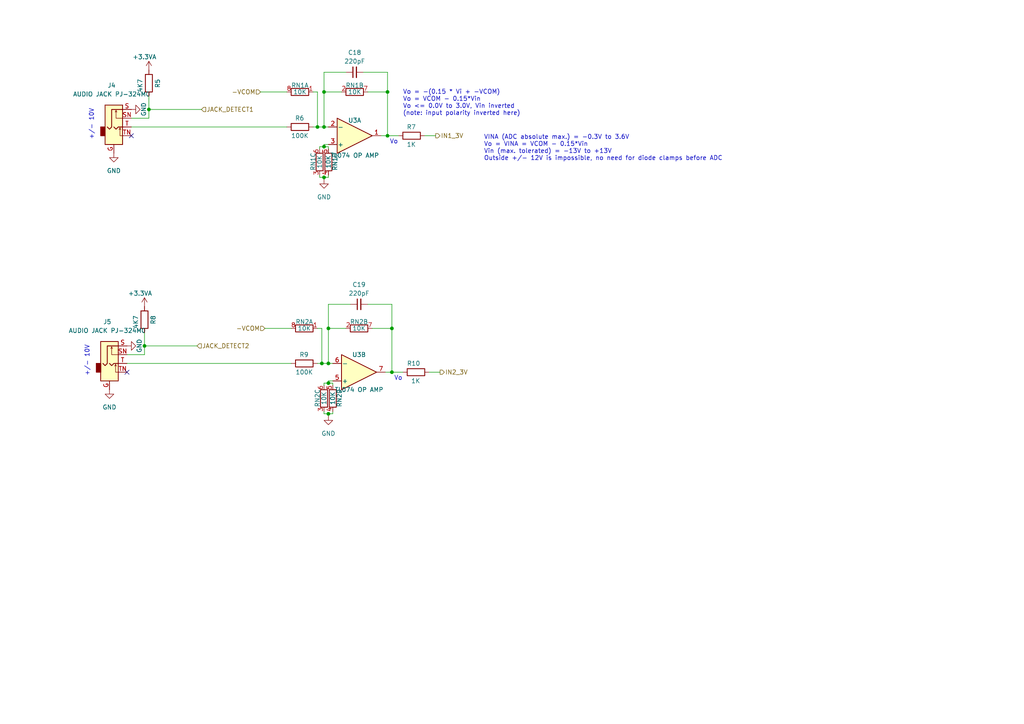
<source format=kicad_sch>
(kicad_sch (version 20211123) (generator eeschema)
  (paper "A4")
  (lib_symbols
    (symbol "Amplifier_Operational:TL074" (pin_names (offset 0.127))
      (property "Reference" "U" (at 0 5.08 0))
      (property "Value" "TL074" (at 0 -5.08 0))
      (symbol "TL074_1_1"
        (polyline (pts (xy -5.08 5.08) (xy 5.08 0) (xy -5.08 -5.08) (xy -5.08 5.08)) (stroke (width 0.254)) (fill (type background)))
        (pin output line (at 7.62 0 180) (length 2.54) (name "~") (number "1"))
        (pin input line (at -7.62 -2.54 0) (length 2.54) (name "-") (number "2"))
        (pin input line (at -7.62 2.54 0) (length 2.54) (name "+") (number "3"))
      )
      (symbol "TL074_2_1"
        (polyline (pts (xy -5.08 5.08) (xy 5.08 0) (xy -5.08 -5.08) (xy -5.08 5.08)) (stroke (width 0.254)) (fill (type background)))
        (pin input line (at -7.62 2.54 0) (length 2.54) (name "+") (number "5"))
        (pin input line (at -7.62 -2.54 0) (length 2.54) (name "-") (number "6"))
        (pin output line (at 7.62 0 180) (length 2.54) (name "~") (number "7"))
      )
      (symbol "TL074_3_1"
        (polyline (pts (xy -5.08 5.08) (xy 5.08 0) (xy -5.08 -5.08) (xy -5.08 5.08)) (stroke (width 0.254)) (fill (type background)))
        (pin input line (at -7.62 2.54 0) (length 2.54) (name "+") (number "10"))
        (pin output line (at 7.62 0 180) (length 2.54) (name "~") (number "8"))
        (pin input line (at -7.62 -2.54 0) (length 2.54) (name "-") (number "9"))
      )
      (symbol "TL074_4_1"
        (polyline (pts (xy -5.08 5.08) (xy 5.08 0) (xy -5.08 -5.08) (xy -5.08 5.08)) (stroke (width 0.254)) (fill (type background)))
        (pin input line (at -7.62 2.54 0) (length 2.54) (name "+") (number "12"))
        (pin input line (at -7.62 -2.54 0) (length 2.54) (name "-") (number "13"))
        (pin output line (at 7.62 0 180) (length 2.54) (name "~") (number "14"))
      )
      (symbol "TL074_5_1"
        (pin power_in line (at -2.54 -7.62 90) (length 3.81) (name "V-") (number "11"))
        (pin power_in line (at -2.54 7.62 270) (length 3.81) (name "V+") (number "4"))
      )
    )
    (symbol "Connector:AudioJack2_Ground_Switch"
      (property "Reference" "J" (at 0 11.43 0))
      (property "Value" "AudioJack2_Ground_Switch" (at 0 8.89 0))
      (symbol "AudioJack2_Ground_Switch_0_1"
        (rectangle (start -2.54 -2.54) (end -3.81 0) (stroke (width 0.254)) (fill (type outline)))
        (rectangle (start 2.54 6.35) (end -2.54 -5.08) (stroke (width 0.254)) (fill (type background)))
      )
      (symbol "AudioJack2_Ground_Switch_1_1"
        (polyline (pts (xy 0.635 4.826) (xy 0.889 4.318)))
        (polyline (pts (xy 1.778 -0.254) (xy 2.032 -0.762)))
        (polyline (pts (xy 0 0) (xy 0.635 -0.635) (xy 1.27 0) (xy 2.54 0)) (stroke (width 0.254)))
        (polyline (pts (xy 2.54 -2.54) (xy 1.778 -2.54) (xy 1.778 -0.254) (xy 1.524 -0.762)))
        (polyline (pts (xy 2.54 2.54) (xy 0.635 2.54) (xy 0.635 4.826) (xy 0.381 4.318)))
        (polyline (pts (xy 2.54 5.08) (xy -0.635 5.08) (xy -0.635 0) (xy -1.27 -0.635) (xy -1.905 0)) (stroke (width 0.254)))
        (pin passive line (at 0 -7.62 90) (length 2.54) (name "~") (number "G"))
        (pin passive line (at 5.08 5.08 180) (length 2.54) (name "~") (number "S"))
        (pin passive line (at 5.08 2.54 180) (length 2.54) (name "~") (number "SN"))
        (pin passive line (at 5.08 0 180) (length 2.54) (name "~") (number "T"))
        (pin passive line (at 5.08 -2.54 180) (length 2.54) (name "~") (number "TN"))
      )
    )
    (symbol "Device:C_Small" (pin_numbers hide) (pin_names (offset 0.254) hide)
      (property "Reference" "C" (at 0.254 1.778 0))
      (property "Value" "C_Small" (at 0.254 -2.032 0))
      (symbol "C_Small_0_1"
        (polyline (pts (xy -1.524 -0.508) (xy 1.524 -0.508)) (stroke (width 0.3302)))
        (polyline (pts (xy -1.524 0.508) (xy 1.524 0.508)) (stroke (width 0.3048)))
      )
      (symbol "C_Small_1_1"
        (pin passive line (at 0 2.54 270) (length 2.032) (name "~") (number "1"))
        (pin passive line (at 0 -2.54 90) (length 2.032) (name "~") (number "2"))
      )
    )
    (symbol "Device:R" (pin_numbers hide) (pin_names (offset 0))
      (property "Reference" "R" (at 2.032 0 90))
      (property "Value" "R" (at 0 0 90))
      (symbol "R_0_1"
        (rectangle (start -1.016 -2.54) (end 1.016 2.54) (stroke (width 0.254)))
      )
      (symbol "R_1_1"
        (pin passive line (at 0 3.81 270) (length 1.27) (name "~") (number "1"))
        (pin passive line (at 0 -3.81 90) (length 1.27) (name "~") (number "2"))
      )
    )
    (symbol "Device:R_Pack04_Split" (pin_names (offset 0) hide)
      (property "Reference" "RN" (at 2.032 0 90))
      (property "Value" "R_Pack04_Split" (at 0 0 90))
      (symbol "R_Pack04_Split_0_1"
        (rectangle (start 1.016 2.54) (end -1.016 -2.54) (stroke (width 0.254)))
      )
      (symbol "R_Pack04_Split_1_1"
        (pin passive line (at 0 -3.81 90) (length 1.27) (name "R1.1") (number "1"))
        (pin passive line (at 0 3.81 270) (length 1.27) (name "R1.2") (number "8"))
      )
      (symbol "R_Pack04_Split_2_1"
        (pin passive line (at 0 -3.81 90) (length 1.27) (name "R2.1") (number "2"))
        (pin passive line (at 0 3.81 270) (length 1.27) (name "R2.2") (number "7"))
      )
      (symbol "R_Pack04_Split_3_1"
        (pin passive line (at 0 -3.81 90) (length 1.27) (name "R3.1") (number "3"))
        (pin passive line (at 0 3.81 270) (length 1.27) (name "R3.2") (number "6"))
      )
      (symbol "R_Pack04_Split_4_1"
        (pin passive line (at 0 -3.81 90) (length 1.27) (name "R4.1") (number "4"))
        (pin passive line (at 0 3.81 270) (length 1.27) (name "R4.2") (number "5"))
      )
    )
    (symbol "power:+3.3VA" (power) (pin_names (offset 0))
      (property "Value" "+3.3VA" (at 0 3.556 0))
      (symbol "+3.3VA_0_1"
        (polyline (pts (xy -0.762 1.27) (xy 0 2.54)))
        (polyline (pts (xy 0 0) (xy 0 2.54)))
        (polyline (pts (xy 0 2.54) (xy 0.762 1.27)))
      )
      (symbol "+3.3VA_1_1"
        (pin power_in line (at 0 0 90) (length 0) hide (name "+3.3VA") (number "1"))
      )
    )
    (symbol "power:GND" (power) (pin_names (offset 0))
      (property "Value" "GND" (at 0 -3.81 0))
      (symbol "GND_0_1"
        (polyline (pts (xy 0 0) (xy 0 -1.27) (xy 1.27 -1.27) (xy 0 -2.54) (xy -1.27 -1.27) (xy 0 -1.27)))
      )
      (symbol "GND_1_1"
        (pin power_in line (at 0 0 270) (length 0) hide (name "GND") (number "1"))
      )
    )
  )
  (junction (at 95.25 95.25))
  (junction (at 113.665 95.25))
  (junction (at 95.25 120.015))
  (junction (at 113.665 107.95))
  (junction (at 92.075 36.83))
  (junction (at 93.345 105.41))
  (junction (at 112.395 39.37))
  (junction (at 95.25 111.125))
  (junction (at 93.98 42.545))
  (junction (at 43.18 31.75))
  (junction (at 112.395 26.67))
  (junction (at 93.98 36.83))
  (junction (at 41.91 100.33))
  (junction (at 93.98 26.67))
  (junction (at 93.98 51.435))
  (junction (at 95.25 105.41))
  (no_connect (at 38.1 39.37))
  (no_connect (at 36.83 107.95))
  (wire (pts (xy 107.95 95.25) (xy 113.665 95.25)))
  (wire (pts (xy 75.565 26.67) (xy 83.185 26.67)))
  (wire (pts (xy 92.075 36.83) (xy 93.98 36.83)))
  (wire (pts (xy 95.25 88.265) (xy 101.6 88.265)))
  (wire (pts (xy 93.98 111.125) (xy 93.98 111.76)))
  (wire (pts (xy 93.98 36.83) (xy 93.98 26.67)))
  (wire (pts (xy 93.98 20.955) (xy 100.33 20.955)))
  (wire (pts (xy 41.91 100.33) (xy 41.91 96.52)))
  (wire (pts (xy 96.52 111.76) (xy 96.52 111.125)))
  (wire (pts (xy 96.52 120.015) (xy 96.52 119.38)))
  (wire (pts (xy 93.98 120.015) (xy 95.25 120.015)))
  (wire (pts (xy 92.71 50.8) (xy 92.71 51.435)))
  (wire (pts (xy 93.98 26.67) (xy 99.06 26.67)))
  (wire (pts (xy 95.25 95.25) (xy 95.25 88.265)))
  (wire (pts (xy 92.075 105.41) (xy 93.345 105.41)))
  (wire (pts (xy 92.075 26.67) (xy 92.075 36.83)))
  (wire (pts (xy 95.25 120.015) (xy 95.25 120.65)))
  (wire (pts (xy 95.25 42.545) (xy 93.98 42.545)))
  (wire (pts (xy 93.345 105.41) (xy 95.25 105.41)))
  (wire (pts (xy 93.98 119.38) (xy 93.98 120.015)))
  (wire (pts (xy 38.1 36.83) (xy 83.185 36.83)))
  (wire (pts (xy 96.52 111.125) (xy 95.25 111.125)))
  (wire (pts (xy 95.25 110.49) (xy 95.25 111.125)))
  (wire (pts (xy 113.665 95.25) (xy 113.665 107.95)))
  (wire (pts (xy 105.41 20.955) (xy 112.395 20.955)))
  (wire (pts (xy 112.395 39.37) (xy 115.57 39.37)))
  (wire (pts (xy 93.98 41.91) (xy 95.25 41.91)))
  (wire (pts (xy 95.25 111.125) (xy 93.98 111.125)))
  (wire (pts (xy 123.19 39.37) (xy 126.365 39.37)))
  (wire (pts (xy 93.98 51.435) (xy 95.25 51.435)))
  (wire (pts (xy 93.98 41.91) (xy 93.98 42.545)))
  (wire (pts (xy 41.91 102.87) (xy 36.83 102.87)))
  (wire (pts (xy 106.68 26.67) (xy 112.395 26.67)))
  (wire (pts (xy 95.25 51.435) (xy 95.25 50.8)))
  (wire (pts (xy 95.25 105.41) (xy 96.52 105.41)))
  (wire (pts (xy 124.46 107.95) (xy 127.635 107.95)))
  (wire (pts (xy 95.25 95.25) (xy 100.33 95.25)))
  (wire (pts (xy 106.68 88.265) (xy 113.665 88.265)))
  (wire (pts (xy 90.805 36.83) (xy 92.075 36.83)))
  (wire (pts (xy 93.345 95.25) (xy 93.345 105.41)))
  (wire (pts (xy 113.665 107.95) (xy 116.84 107.95)))
  (wire (pts (xy 43.18 31.75) (xy 43.18 27.94)))
  (wire (pts (xy 41.91 102.87) (xy 41.91 100.33)))
  (wire (pts (xy 95.25 110.49) (xy 96.52 110.49)))
  (wire (pts (xy 112.395 20.955) (xy 112.395 26.67)))
  (wire (pts (xy 90.805 26.67) (xy 92.075 26.67)))
  (wire (pts (xy 95.25 105.41) (xy 95.25 95.25)))
  (wire (pts (xy 93.98 36.83) (xy 95.25 36.83)))
  (wire (pts (xy 43.18 34.29) (xy 43.18 31.75)))
  (wire (pts (xy 93.98 42.545) (xy 92.71 42.545)))
  (wire (pts (xy 57.15 100.33) (xy 41.91 100.33)))
  (wire (pts (xy 36.83 105.41) (xy 84.455 105.41)))
  (wire (pts (xy 93.98 51.435) (xy 93.98 52.07)))
  (wire (pts (xy 93.98 26.67) (xy 93.98 20.955)))
  (wire (pts (xy 43.18 34.29) (xy 38.1 34.29)))
  (wire (pts (xy 58.42 31.75) (xy 43.18 31.75)))
  (wire (pts (xy 112.395 26.67) (xy 112.395 39.37)))
  (wire (pts (xy 95.25 120.015) (xy 96.52 120.015)))
  (wire (pts (xy 76.835 95.25) (xy 84.455 95.25)))
  (wire (pts (xy 113.665 88.265) (xy 113.665 95.25)))
  (wire (pts (xy 92.71 42.545) (xy 92.71 43.18)))
  (wire (pts (xy 92.71 51.435) (xy 93.98 51.435)))
  (wire (pts (xy 111.76 107.95) (xy 113.665 107.95)))
  (wire (pts (xy 92.075 95.25) (xy 93.345 95.25)))
  (wire (pts (xy 110.49 39.37) (xy 112.395 39.37)))
  (wire (pts (xy 95.25 43.18) (xy 95.25 42.545)))
  (text "+/- 10V" (at 27.305 40.64 90) (effects (font (size 1.27 1.27)) (justify left bottom)))
  (text "Vo = -(0.15 * Vi + -VCOM)\nVo = VCOM - 0.15*Vin\nVo <= 0.0V to 3.0V, Vin inverted\n(note: input polarity inverted here)" (at 116.84 33.655 0) (effects (font (size 1.27 1.27)) (justify left bottom)))
  (text "VINA (ADC absolute max.) = -0.3V to 3.6V\nVo = VINA = VCOM - 0.15*Vin\nVin (max. tolerated) = -13V to +13V\nOutside +/- 12V is impossible, no need for diode clamps before ADC" (at 140.335 46.736 0) (effects (font (size 1.27 1.27)) (justify left bottom)))
  (text "+/- 10V" (at 26.035 109.22 90) (effects (font (size 1.27 1.27)) (justify left bottom)))
  (text "Vo" (at 113.03 41.91 0) (effects (font (size 1.27 1.27)) (justify left bottom)))
  (text "Vo" (at 114.3 110.49 0) (effects (font (size 1.27 1.27)) (justify left bottom)))
  (hierarchical_label "JACK_DETECT2" (shape input) (at 57.15 100.33 0))
  (hierarchical_label "-VCOM" (shape input) (at 75.565 26.67 180))
  (hierarchical_label "IN1_3V" (shape output) (at 126.365 39.37 0))
  (hierarchical_label "JACK_DETECT1" (shape input) (at 58.42 31.75 0))
  (hierarchical_label "IN2_3V" (shape output) (at 127.635 107.95 0))
  (hierarchical_label "-VCOM" (shape input) (at 76.835 95.25 180))
  (symbol (lib_id "Device:R_Pack04_Split") (at 104.14 95.25 270) (unit 2)
    (property "Reference" "RN2" (at 104.14 93.345 90))
    (property "Value" "10K" (at 104.14 95.25 90))
    (property "Footprint" "Resistor_SMD:R_Array_Convex_4x0402" (effects hide))
    (property "Datasheet" "https://datasheet.lcsc.com/lcsc/1811141451_YAGEO-YC124-FR-07100KL_C326786.pdf" (effects hide))
    (property "mfg#" "YC124-FR-0710KL" (effects hide))
    (property "lcsc#" "C136853" (effects hide))
  )
  (symbol (lib_id "Amplifier_Operational:TL074") (at 102.87 39.37 0) (mirror x) (unit 1)
    (property "Reference" "U3" (at 102.87 34.925 0))
    (property "Value" "TL074 OP AMP" (at 102.87 45.085 0))
    (property "Footprint" "Package_SO:SOIC-14_3.9x8.7mm_P1.27mm" (effects hide))
    (property "Datasheet" "http://www.ti.com/lit/ds/symlink/tl071.pdf" (effects hide))
    (property "dig#" "497-2204-1-ND" (effects hide))
    (property "mfg#" "TL074CDT" (effects hide))
    (property "lcsc#" "C6963" (effects hide))
  )
  (symbol (lib_id "Device:C_Small") (at 104.14 88.265 90) (unit 1)
    (property "Reference" "C19" (at 104.14 82.55 90))
    (property "Value" "220pF" (at 104.14 85.09 90))
    (property "Footprint" "Capacitor_SMD:C_0402_1005Metric" (effects hide))
    (property "Datasheet" "https://datasheet.lcsc.com/lcsc/1811081614_Murata-Electronics-GRM1555C1H221JA01D_C71693.pdf" (effects hide))
    (property "lcsc#" "C71693" (effects hide))
    (property "mfg#" "GRM1555C1H221JA01D" (effects hide))
  )
  (symbol (lib_id "Connector:AudioJack2_Ground_Switch") (at 33.02 36.83 0) (unit 1)
    (property "Reference" "J4" (at 32.385 24.765 0))
    (property "Value" "AUDIO JACK PJ-324M0" (at 32.385 27.305 0))
    (property "Footprint" "AudioJacksFixed:pj324m" (effects hide))
    (property "Datasheet" "https://datasheet.lcsc.com/lcsc/2110120730_XKB-Connectivity-PJ-324M0_C2884986.pdf" (effects hide))
    (property "lcsc#" "C2884986" (effects hide))
    (property "mfg#" "PJ-324M0" (effects hide))
  )
  (symbol (lib_id "Device:R") (at 43.18 24.13 0) (mirror x) (unit 1)
    (property "Reference" "R5" (at 45.72 22.86 90) (effects (justify left)))
    (property "Value" "4K7" (at 40.64 22.86 90) (effects (justify left)))
    (property "Footprint" "Resistor_SMD:R_0402_1005Metric" (effects hide))
    (property "Datasheet" "https://datasheet.lcsc.com/lcsc/1809041728_YAGEO-RC0402FR-074K7L_C105871.pdf" (effects hide))
    (property "lcsc#" "C105871" (effects hide))
    (property "mfg#" "RC0402FR-074K7L" (effects hide))
  )
  (symbol (lib_id "Device:R_Pack04_Split") (at 92.71 46.99 0) (unit 3)
    (property "Reference" "RN1" (at 90.805 49.53 90) (effects (justify left)))
    (property "Value" "10K" (at 92.71 48.895 90) (effects (justify left)))
    (property "Footprint" "Resistor_SMD:R_Array_Convex_4x0402" (effects hide))
    (property "Datasheet" "https://datasheet.lcsc.com/lcsc/1811141451_YAGEO-YC124-FR-07100KL_C326786.pdf" (effects hide))
    (property "mfg#" "YC124-FR-0710KL" (effects hide))
    (property "lcsc#" "C136853" (effects hide))
  )
  (symbol (lib_id "Device:R") (at 86.995 36.83 90) (unit 1)
    (property "Reference" "R6" (at 88.265 34.29 90) (effects (justify left)))
    (property "Value" "100K" (at 89.535 39.37 90) (effects (justify left)))
    (property "Footprint" "Resistor_SMD:R_0603_1608Metric" (effects hide))
    (property "Datasheet" "https://datasheet.lcsc.com/lcsc/1810182020_YAGEO-RC0603FR-071KL_C22548.pdf" (effects hide))
    (property "lcsc#" "C14675" (effects hide))
    (property "mfg#" "RC0603FR-07100KL" (effects hide))
  )
  (symbol (lib_id "Device:R_Pack04_Split") (at 86.995 26.67 90) (unit 1)
    (property "Reference" "RN1" (at 86.995 24.765 90))
    (property "Value" "10K" (at 86.995 26.67 90))
    (property "Footprint" "Resistor_SMD:R_Array_Convex_4x0402" (effects hide))
    (property "Datasheet" "https://datasheet.lcsc.com/lcsc/1811141451_YAGEO-YC124-FR-07100KL_C326786.pdf" (effects hide))
    (property "mfg#" "YC124-FR-0710KL" (effects hide))
    (property "lcsc#" "C136853" (effects hide))
  )
  (symbol (lib_id "power:GND") (at 93.98 52.07 0) (unit 1)
    (property "Reference" "#PWR066" (effects hide))
    (property "Value" "GND" (at 93.98 57.15 0))
  )
  (symbol (lib_id "Connector:AudioJack2_Ground_Switch") (at 31.75 105.41 0) (unit 1)
    (property "Reference" "J5" (at 31.115 93.345 0))
    (property "Value" "AUDIO JACK PJ-324M0" (at 31.115 95.885 0))
    (property "Footprint" "AudioJacksFixed:pj324m" (effects hide))
    (property "Datasheet" "https://datasheet.lcsc.com/lcsc/2110120730_XKB-Connectivity-PJ-324M0_C2884986.pdf" (effects hide))
    (property "lcsc#" "C2884986" (effects hide))
    (property "mfg#" "PJ-324M0" (effects hide))
  )
  (symbol (lib_id "Device:R_Pack04_Split") (at 96.52 115.57 0) (unit 4)
    (property "Reference" "RN2" (at 98.425 118.11 90) (effects (justify left)))
    (property "Value" "10K" (at 96.52 117.475 90) (effects (justify left)))
    (property "Footprint" "Resistor_SMD:R_Array_Convex_4x0402" (effects hide))
    (property "Datasheet" "https://datasheet.lcsc.com/lcsc/1811141451_YAGEO-YC124-FR-07100KL_C326786.pdf" (effects hide))
    (property "mfg#" "YC124-FR-0710KL" (effects hide))
    (property "lcsc#" "C136853" (effects hide))
  )
  (symbol (lib_id "Device:R_Pack04_Split") (at 88.265 95.25 90) (unit 1)
    (property "Reference" "RN2" (at 88.265 93.345 90))
    (property "Value" "10K" (at 88.265 95.25 90))
    (property "Footprint" "Resistor_SMD:R_Array_Convex_4x0402" (effects hide))
    (property "Datasheet" "https://datasheet.lcsc.com/lcsc/1811141451_YAGEO-YC124-FR-07100KL_C326786.pdf" (effects hide))
    (property "mfg#" "YC124-FR-0710KL" (effects hide))
    (property "lcsc#" "C136853" (effects hide))
  )
  (symbol (lib_id "power:+3.3VA") (at 41.91 88.9 0) (mirror y) (unit 1)
    (property "Reference" "#PWR067" (effects hide))
    (property "Value" "+3.3VA" (at 40.64 85.09 0))
  )
  (symbol (lib_id "Device:R_Pack04_Split") (at 93.98 115.57 0) (unit 3)
    (property "Reference" "RN2" (at 92.075 118.11 90) (effects (justify left)))
    (property "Value" "10K" (at 93.98 117.475 90) (effects (justify left)))
    (property "Footprint" "Resistor_SMD:R_Array_Convex_4x0402" (effects hide))
    (property "Datasheet" "https://datasheet.lcsc.com/lcsc/1811141451_YAGEO-YC124-FR-07100KL_C326786.pdf" (effects hide))
    (property "mfg#" "YC124-FR-0710KL" (effects hide))
    (property "lcsc#" "C136853" (effects hide))
  )
  (symbol (lib_id "power:GND") (at 36.83 100.33 90) (unit 1)
    (property "Reference" "#PWR068" (effects hide))
    (property "Value" "GND" (at 40.4172 102.3464 0) (effects (justify left)))
  )
  (symbol (lib_id "Device:R_Pack04_Split") (at 102.87 26.67 270) (unit 2)
    (property "Reference" "RN1" (at 102.87 24.765 90))
    (property "Value" "10K" (at 102.87 26.67 90))
    (property "Footprint" "Resistor_SMD:R_Array_Convex_4x0402" (effects hide))
    (property "Datasheet" "https://datasheet.lcsc.com/lcsc/1811141451_YAGEO-YC124-FR-07100KL_C326786.pdf" (effects hide))
    (property "mfg#" "YC124-FR-0710KL" (effects hide))
    (property "lcsc#" "C136853" (effects hide))
  )
  (symbol (lib_id "power:GND") (at 31.75 113.03 0) (unit 1)
    (property "Reference" "#PWR069" (effects hide))
    (property "Value" "GND" (at 31.75 118.11 0))
  )
  (symbol (lib_id "Device:R_Pack04_Split") (at 95.25 46.99 0) (unit 4)
    (property "Reference" "RN1" (at 97.155 49.53 90) (effects (justify left)))
    (property "Value" "10K" (at 95.25 48.895 90) (effects (justify left)))
    (property "Footprint" "Resistor_SMD:R_Array_Convex_4x0402" (effects hide))
    (property "Datasheet" "https://datasheet.lcsc.com/lcsc/1811141451_YAGEO-YC124-FR-07100KL_C326786.pdf" (effects hide))
    (property "mfg#" "YC124-FR-0710KL" (effects hide))
    (property "lcsc#" "C136853" (effects hide))
  )
  (symbol (lib_id "power:+3.3VA") (at 43.18 20.32 0) (mirror y) (unit 1)
    (property "Reference" "#PWR063" (effects hide))
    (property "Value" "+3.3VA" (at 41.91 16.51 0))
  )
  (symbol (lib_id "Device:R") (at 88.265 105.41 90) (unit 1)
    (property "Reference" "R9" (at 89.535 102.87 90) (effects (justify left)))
    (property "Value" "100K" (at 90.805 107.95 90) (effects (justify left)))
    (property "Footprint" "Resistor_SMD:R_0603_1608Metric" (effects hide))
    (property "Datasheet" "https://datasheet.lcsc.com/lcsc/1810182020_YAGEO-RC0603FR-071KL_C22548.pdf" (effects hide))
    (property "lcsc#" "C14675" (effects hide))
    (property "mfg#" "RC0603FR-07100KL" (effects hide))
  )
  (symbol (lib_id "Amplifier_Operational:TL074") (at 104.14 107.95 0) (mirror x) (unit 2)
    (property "Reference" "U3" (at 104.14 102.87 0))
    (property "Value" "TL074 OP AMP" (at 104.14 113.03 0))
    (property "Footprint" "Package_SO:SOIC-14_3.9x8.7mm_P1.27mm" (effects hide))
    (property "Datasheet" "http://www.ti.com/lit/ds/symlink/tl071.pdf" (effects hide))
    (property "dig#" "497-2204-1-ND" (effects hide))
    (property "mfg#" "TL074CDT" (effects hide))
    (property "lcsc#" "C6963" (effects hide))
  )
  (symbol (lib_id "power:GND") (at 33.02 44.45 0) (unit 1)
    (property "Reference" "#PWR065" (effects hide))
    (property "Value" "GND" (at 33.02 49.53 0))
  )
  (symbol (lib_id "Device:R") (at 120.65 107.95 90) (unit 1)
    (property "Reference" "R10" (at 121.92 105.41 90) (effects (justify left)))
    (property "Value" "1K" (at 121.92 110.49 90) (effects (justify left)))
    (property "Footprint" "Resistor_SMD:R_0603_1608Metric" (effects hide))
    (property "Datasheet" "https://datasheet.lcsc.com/lcsc/1810182020_YAGEO-RC0603FR-071KL_C22548.pdf" (effects hide))
    (property "lcsc#" "C22548" (effects hide))
    (property "mfg#" "RC0603FR-071KL" (effects hide))
  )
  (symbol (lib_id "Device:R") (at 119.38 39.37 90) (unit 1)
    (property "Reference" "R7" (at 120.65 36.83 90) (effects (justify left)))
    (property "Value" "1K" (at 120.65 41.91 90) (effects (justify left)))
    (property "Footprint" "Resistor_SMD:R_0603_1608Metric" (effects hide))
    (property "Datasheet" "https://datasheet.lcsc.com/lcsc/1810182020_YAGEO-RC0603FR-071KL_C22548.pdf" (effects hide))
    (property "lcsc#" "C22548" (effects hide))
    (property "mfg#" "RC0603FR-071KL" (effects hide))
  )
  (symbol (lib_id "power:GND") (at 95.25 120.65 0) (unit 1)
    (property "Reference" "#PWR070" (effects hide))
    (property "Value" "GND" (at 95.25 125.73 0))
  )
  (symbol (lib_id "Device:R") (at 41.91 92.71 0) (mirror x) (unit 1)
    (property "Reference" "R8" (at 44.45 91.44 90) (effects (justify left)))
    (property "Value" "4K7" (at 39.37 91.44 90) (effects (justify left)))
    (property "Footprint" "Resistor_SMD:R_0402_1005Metric" (effects hide))
    (property "Datasheet" "https://datasheet.lcsc.com/lcsc/1809041728_YAGEO-RC0402FR-074K7L_C105871.pdf" (effects hide))
    (property "lcsc#" "C105871" (effects hide))
    (property "mfg#" "RC0402FR-074K7L" (effects hide))
  )
  (symbol (lib_id "Device:C_Small") (at 102.87 20.955 90) (unit 1)
    (property "Reference" "C18" (at 102.87 15.24 90))
    (property "Value" "220pF" (at 102.87 17.78 90))
    (property "Footprint" "Capacitor_SMD:C_0402_1005Metric" (effects hide))
    (property "Datasheet" "https://datasheet.lcsc.com/lcsc/1811081614_Murata-Electronics-GRM1555C1H221JA01D_C71693.pdf" (effects hide))
    (property "lcsc#" "C71693" (effects hide))
    (property "mfg#" "GRM1555C1H221JA01D" (effects hide))
  )
  (symbol (lib_id "power:GND") (at 38.1 31.75 90) (unit 1)
    (property "Reference" "#PWR064" (effects hide))
    (property "Value" "GND" (at 41.6872 33.7664 0) (effects (justify left)))
  )
)
</source>
